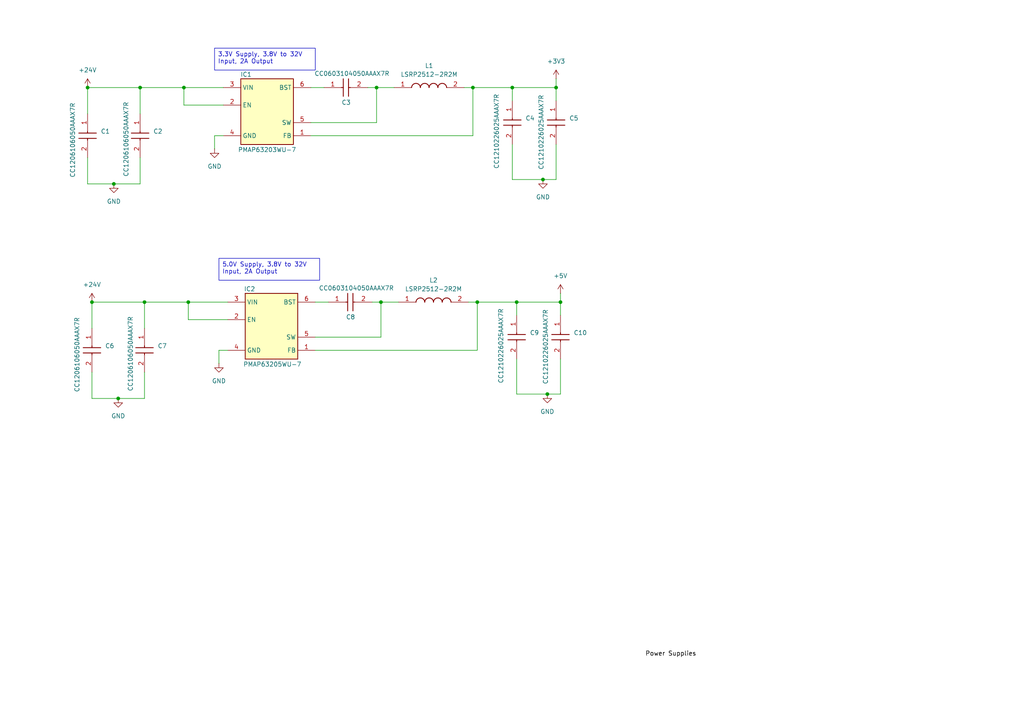
<source format=kicad_sch>
(kicad_sch (version 20250114) (generator "eeschema") (generator_version "9.0")
  (paper "A4")
  (lib_symbols
    (symbol "COMPONENTS:CC0603104050AAAX7R" (pin_names (hide yes))
      (property "Reference" "C" (at 4.826 4.572 0))
      (property "Value" "CC0603104050AAAX7R" (at -3.556 -3.556 0))
      (symbol "CC0603104050AAAX7R_1_1"
        (polyline (pts (xy 5.08 0) (xy 5.588 0)) (stroke (width 0.254)))
        (polyline (pts (xy 5.588 2.54) (xy 5.588 -2.54)) (stroke (width 0.254)))
        (polyline (pts (xy 7.112 2.54) (xy 7.112 -2.54)) (stroke (width 0.254)))
        (polyline (pts (xy 7.112 0) (xy 7.62 0)) (stroke (width 0.254)))
        (pin passive line (at 0 0 0) (length 5.08) (name "1") (number "1"))
        (pin passive line (at 12.7 0 180) (length 5.08) (name "2") (number "2"))
      )
    )
    (symbol "COMPONENTS:CC1206106050AAAX7R" (pin_names (hide yes))
      (property "Reference" "C" (at 4.826 4.572 0))
      (property "Value" "CC1206106050AAAX7R" (at -3.556 -3.556 0))
      (symbol "CC1206106050AAAX7R_1_1"
        (polyline (pts (xy 5.08 0) (xy 5.588 0)) (stroke (width 0.254)))
        (polyline (pts (xy 5.588 2.54) (xy 5.588 -2.54)) (stroke (width 0.254)))
        (polyline (pts (xy 7.112 2.54) (xy 7.112 -2.54)) (stroke (width 0.254)))
        (polyline (pts (xy 7.112 0) (xy 7.62 0)) (stroke (width 0.254)))
        (pin passive line (at 0 0 0) (length 5.08) (name "1") (number "1"))
        (pin passive line (at 12.7 0 180) (length 5.08) (name "2") (number "2"))
      )
    )
    (symbol "COMPONENTS:CC1210226025AAAX7R" (pin_names (hide yes))
      (property "Reference" "C" (at 4.826 4.572 0))
      (property "Value" "CC1210226025AAAX7R" (at -3.556 -3.556 0))
      (symbol "CC1210226025AAAX7R_1_1"
        (polyline (pts (xy 5.08 0) (xy 5.588 0)) (stroke (width 0.254)))
        (polyline (pts (xy 5.588 2.54) (xy 5.588 -2.54)) (stroke (width 0.254)))
        (polyline (pts (xy 7.112 2.54) (xy 7.112 -2.54)) (stroke (width 0.254)))
        (polyline (pts (xy 7.112 0) (xy 7.62 0)) (stroke (width 0.254)))
        (pin passive line (at 0 0 0) (length 5.08) (name "1") (number "1"))
        (pin passive line (at 12.7 0 180) (length 5.08) (name "2") (number "2"))
      )
    )
    (symbol "COMPONENTS:LSRP2512-2R2M" (pin_names (hide yes))
      (property "Reference" "L" (at 2.032 3.556 0))
      (property "Value" "LSRP2512-2R2M" (at 2.286 -1.016 0))
      (symbol "LSRP2512-2R2M_1_1"
        (arc (start 5.08 0) (mid 6.35 1.219) (end 7.62 0) (stroke (width 0.254)))
        (arc (start 7.62 0) (mid 8.89 1.219) (end 10.16 0) (stroke (width 0.254)))
        (arc (start 10.16 0) (mid 11.43 1.219) (end 12.7 0) (stroke (width 0.254)))
        (arc (start 12.7 0) (mid 13.97 1.219) (end 15.24 0) (stroke (width 0.254)))
        (pin passive line (at 0 0 0) (length 5.08) (name "1") (number "1"))
        (pin passive line (at 20.32 0 180) (length 5.08) (name "2") (number "2"))
      )
    )
    (symbol "COMPONENTS:PMAP63203WU-7"
      (property "Reference" "IC" (at 5.08 2.032 0))
      (property "Value" "PMAP63203WU-7" (at 4.572 -20.066 0))
      (symbol "PMAP63203WU-7_1_1"
        (rectangle (start 5.08 0) (end 20.32 -19.05) (stroke (width 0.254)) (fill (type background)))
        (pin passive line (at 0 -2.54 0) (length 5.08) (name "VIN") (number "3"))
        (pin passive line (at 0 -7.62 0) (length 5.08) (name "EN") (number "2"))
        (pin passive line (at 0 -16.51 0) (length 5.08) (name "GND") (number "4"))
        (pin passive line (at 25.4 -2.54 180) (length 5.08) (name "BST") (number "6"))
        (pin passive line (at 25.4 -12.7 180) (length 5.08) (name "SW") (number "5"))
        (pin passive line (at 25.4 -16.51 180) (length 5.08) (name "FB") (number "1"))
      )
    )
    (symbol "COMPONENTS:PMAP63205WU-7"
      (property "Reference" "IC" (at 5.08 2.032 0))
      (property "Value" "PMAP63205WU-7" (at 4.572 -20.066 0))
      (symbol "PMAP63205WU-7_1_1"
        (rectangle (start 5.08 0) (end 20.32 -19.05) (stroke (width 0.254)) (fill (type background)))
        (pin passive line (at 0 -2.54 0) (length 5.08) (name "VIN") (number "3"))
        (pin passive line (at 0 -7.62 0) (length 5.08) (name "EN") (number "2"))
        (pin passive line (at 0 -16.51 0) (length 5.08) (name "GND") (number "4"))
        (pin passive line (at 25.4 -2.54 180) (length 5.08) (name "BST") (number "6"))
        (pin passive line (at 25.4 -12.7 180) (length 5.08) (name "SW") (number "5"))
        (pin passive line (at 25.4 -16.51 180) (length 5.08) (name "FB") (number "1"))
      )
    )
    (symbol "power:+24V" (power) (pin_numbers (hide yes)) (pin_names (offset 0) (hide yes))
      (property "Value" "+24V" (at 0 3.556 0))
      (symbol "+24V_0_1"
        (polyline (pts (xy -0.762 1.27) (xy 0 2.54)))
        (polyline (pts (xy 0 2.54) (xy 0.762 1.27)))
        (polyline (pts (xy 0 0) (xy 0 2.54)))
      )
      (symbol "+24V_1_1"
        (pin power_in line (at 0 0 90) (length 0) (name "~") (number "1"))
      )
    )
    (symbol "power:+3V3" (power) (pin_numbers (hide yes)) (pin_names (offset 0) (hide yes))
      (property "Value" "+3V3" (at 0 3.556 0))
      (symbol "+3V3_0_1"
        (polyline (pts (xy -0.762 1.27) (xy 0 2.54)))
        (polyline (pts (xy 0 2.54) (xy 0.762 1.27)))
        (polyline (pts (xy 0 0) (xy 0 2.54)))
      )
      (symbol "+3V3_1_1"
        (pin power_in line (at 0 0 90) (length 0) (name "~") (number "1"))
      )
    )
    (symbol "power:+5V" (power) (pin_numbers (hide yes)) (pin_names (offset 0) (hide yes))
      (property "Value" "+5V" (at 0 3.556 0))
      (symbol "+5V_0_1"
        (polyline (pts (xy -0.762 1.27) (xy 0 2.54)))
        (polyline (pts (xy 0 2.54) (xy 0.762 1.27)))
        (polyline (pts (xy 0 0) (xy 0 2.54)))
      )
      (symbol "+5V_1_1"
        (pin power_in line (at 0 0 90) (length 0) (name "~") (number "1"))
      )
    )
    (symbol "power:GND" (power) (pin_numbers (hide yes)) (pin_names (offset 0) (hide yes))
      (property "Value" "GND" (at 0 -3.81 0))
      (symbol "GND_0_1"
        (polyline (pts (xy 0 0) (xy 0 -1.27) (xy 1.27 -1.27) (xy 0 -2.54) (xy -1.27 -1.27) (xy 0 -1.27)))
      )
      (symbol "GND_1_1"
        (pin power_in line (at 0 0 270) (length 0) (name "~") (number "1"))
      )
    )
  )
  (text "Power Supplies" (exclude_from_sim yes) (at 194.564 189.738 0) (effects (font (size 1.27 1.27))))
  (text_box "3.3V Supply, 3.8V to 32V Input, 2A Output" (at 62.23 13.97 0) (size 29.21 6.35) (margins 0.9525 0.9525 0.9525 0.9525) (effects (font (size 1.27 1.27)) (justify left top)))
  (text_box "5.0V Supply, 3.8V to 32V Input, 2A Output" (at 63.5 74.93 0) (size 29.21 6.35) (margins 0.9525 0.9525 0.9525 0.9525) (effects (font (size 1.27 1.27)) (justify left top)))
  (junction (at 137.16 25.4))
  (junction (at 157.48 52.07))
  (junction (at 25.4 25.4))
  (junction (at 109.22 25.4))
  (junction (at 149.86 87.63))
  (junction (at 40.64 25.4))
  (junction (at 162.56 87.63))
  (junction (at 26.67 87.63))
  (junction (at 41.91 87.63))
  (junction (at 110.49 87.63))
  (junction (at 53.34 25.4))
  (junction (at 161.29 25.4))
  (junction (at 138.43 87.63))
  (junction (at 158.75 114.3))
  (junction (at 148.59 25.4))
  (junction (at 54.61 87.63))
  (junction (at 33.02 53.34))
  (junction (at 34.29 115.57))
  (wire (pts (xy 34.29 115.57) (xy 41.91 115.57)))
  (wire (pts (xy 54.61 92.71) (xy 54.61 87.63)))
  (wire (pts (xy 66.04 101.6) (xy 63.5 101.6)))
  (wire (pts (xy 149.86 114.3) (xy 158.75 114.3)))
  (wire (pts (xy 110.49 87.63) (xy 115.57 87.63)))
  (wire (pts (xy 25.4 53.34) (xy 33.02 53.34)))
  (wire (pts (xy 26.67 87.63) (xy 26.67 95.25)))
  (wire (pts (xy 110.49 87.63) (xy 107.95 87.63)))
  (wire (pts (xy 33.02 53.34) (xy 40.64 53.34)))
  (wire (pts (xy 25.4 45.72) (xy 25.4 53.34)))
  (wire (pts (xy 90.17 35.56) (xy 109.22 35.56)))
  (wire (pts (xy 90.17 25.4) (xy 93.98 25.4)))
  (wire (pts (xy 162.56 85.09) (xy 162.56 87.63)))
  (wire (pts (xy 137.16 25.4) (xy 148.59 25.4)))
  (wire (pts (xy 137.16 39.37) (xy 90.17 39.37)))
  (wire (pts (xy 26.67 107.95) (xy 26.67 115.57)))
  (wire (pts (xy 64.77 30.48) (xy 53.34 30.48)))
  (wire (pts (xy 138.43 101.6) (xy 91.44 101.6)))
  (wire (pts (xy 25.4 25.4) (xy 25.4 33.02)))
  (wire (pts (xy 63.5 101.6) (xy 63.5 105.41)))
  (wire (pts (xy 62.23 39.37) (xy 62.23 43.18)))
  (wire (pts (xy 135.89 87.63) (xy 138.43 87.63)))
  (wire (pts (xy 149.86 104.14) (xy 149.86 114.3)))
  (wire (pts (xy 148.59 29.21) (xy 148.59 25.4)))
  (wire (pts (xy 53.34 25.4) (xy 64.77 25.4)))
  (wire (pts (xy 66.04 92.71) (xy 54.61 92.71)))
  (wire (pts (xy 162.56 87.63) (xy 162.56 91.44)))
  (wire (pts (xy 41.91 87.63) (xy 54.61 87.63)))
  (wire (pts (xy 148.59 41.91) (xy 148.59 52.07)))
  (wire (pts (xy 91.44 87.63) (xy 95.25 87.63)))
  (wire (pts (xy 138.43 87.63) (xy 149.86 87.63)))
  (wire (pts (xy 138.43 87.63) (xy 138.43 101.6)))
  (wire (pts (xy 64.77 39.37) (xy 62.23 39.37)))
  (wire (pts (xy 162.56 114.3) (xy 162.56 104.14)))
  (wire (pts (xy 40.64 25.4) (xy 40.64 33.02)))
  (wire (pts (xy 109.22 25.4) (xy 106.68 25.4)))
  (wire (pts (xy 161.29 25.4) (xy 161.29 29.21)))
  (wire (pts (xy 158.75 114.3) (xy 162.56 114.3)))
  (wire (pts (xy 91.44 97.79) (xy 110.49 97.79)))
  (wire (pts (xy 40.64 53.34) (xy 40.64 45.72)))
  (wire (pts (xy 109.22 35.56) (xy 109.22 25.4)))
  (wire (pts (xy 110.49 97.79) (xy 110.49 87.63)))
  (wire (pts (xy 53.34 30.48) (xy 53.34 25.4)))
  (wire (pts (xy 41.91 115.57) (xy 41.91 107.95)))
  (wire (pts (xy 161.29 22.86) (xy 161.29 25.4)))
  (wire (pts (xy 109.22 25.4) (xy 114.3 25.4)))
  (wire (pts (xy 149.86 87.63) (xy 162.56 87.63)))
  (wire (pts (xy 137.16 25.4) (xy 137.16 39.37)))
  (wire (pts (xy 157.48 52.07) (xy 161.29 52.07)))
  (wire (pts (xy 161.29 52.07) (xy 161.29 41.91)))
  (wire (pts (xy 26.67 115.57) (xy 34.29 115.57)))
  (wire (pts (xy 148.59 25.4) (xy 161.29 25.4)))
  (wire (pts (xy 134.62 25.4) (xy 137.16 25.4)))
  (wire (pts (xy 148.59 52.07) (xy 157.48 52.07)))
  (wire (pts (xy 25.4 25.4) (xy 40.64 25.4)))
  (wire (pts (xy 40.64 25.4) (xy 53.34 25.4)))
  (wire (pts (xy 41.91 87.63) (xy 41.91 95.25)))
  (wire (pts (xy 54.61 87.63) (xy 66.04 87.63)))
  (wire (pts (xy 149.86 91.44) (xy 149.86 87.63)))
  (wire (pts (xy 26.67 87.63) (xy 41.91 87.63)))
  (symbol (lib_id "COMPONENTS:LSRP2512-2R2M") (at 115.57 87.63 0) (unit 1)
    (property "Reference" "L2" (at 125.73 81.28 0))
    (property "Value" "LSRP2512-2R2M" (at 125.73 83.82 0))
    (property "Footprint" "COMPONENTS:IND-1005" (effects (hide yes)))
    (property "Description" "Inductor, Power, Shielded, 2.2µH, 20%, 2.3A, -40°C to 125°C, RoHS" (effects (hide yes)))
    (property "Manufacturer 1" "Bourns" (effects (hide yes)))
    (property "Manufacturer 1 P/N" "SRP2512-2R2M" (effects (hide yes)))
    (property "Vendor 1a" "Mouser" (effects (hide yes)))
    (property "Vendor 1a P/N" "652-SRP2512-2R2M" (effects (hide yes)))
    (property "Vendor 1a Cost LV" "0.33" (effects (hide yes)))
    (property "Vendor 1a Cost HV" "0.199" (effects (hide yes)))
  )
  (symbol (lib_id "power:GND") (at 33.02 53.34 0) (unit 1)
    (property "Reference" "#PWR03" (effects (hide yes)))
    (property "Value" "GND" (at 33.02 58.42 0))
    (property "Description" "Power symbol creates a global label with name \"GND\" , ground" (effects (hide yes)))
  )
  (symbol (lib_id "COMPONENTS:LSRP2512-2R2M") (at 114.3 25.4 0) (unit 1)
    (property "Reference" "L1" (at 124.46 19.05 0))
    (property "Value" "LSRP2512-2R2M" (at 124.46 21.59 0))
    (property "Footprint" "COMPONENTS:IND-1005" (effects (hide yes)))
    (property "Description" "Inductor, Power, Shielded, 2.2µH, 20%, 2.3A, -40°C to 125°C, RoHS" (effects (hide yes)))
    (property "Manufacturer 1" "Bourns" (effects (hide yes)))
    (property "Manufacturer 1 P/N" "SRP2512-2R2M" (effects (hide yes)))
    (property "Vendor 1a" "Mouser" (effects (hide yes)))
    (property "Vendor 1a P/N" "652-SRP2512-2R2M" (effects (hide yes)))
    (property "Vendor 1a Cost LV" "0.33" (effects (hide yes)))
    (property "Vendor 1a Cost HV" "0.199" (effects (hide yes)))
  )
  (symbol (lib_id "COMPONENTS:CC1210226025AAAX7R") (at 148.59 29.21 270) (unit 1)
    (property "Reference" "C4" (at 152.4 34.2899 90) (effects (justify left)))
    (property "Value" "CC1210226025AAAX7R" (at 144.018 27.178 0) (effects (justify left)))
    (property "Footprint" "COMPONENTS:CAP-1210" (effects (hide yes)))
    (property "Description" "Capacitor, Chip, 1210, 22µF, 25V, 10%, X7R, -55°C to 125°C, RoHS" (effects (hide yes)))
    (property "Manufacturer 1" "Taiyo Yuden" (effects (hide yes)))
    (property "Manufacturer 1 P/N" "TMK325B7226KM-PR" (effects (hide yes)))
    (property "Vendor 1a" "Mouser" (effects (hide yes)))
    (property "Vendor 1a P/N" "963-TMK325B7226KM-PR" (effects (hide yes)))
    (property "Vendor 1a Cost LV" "0.60" (effects (hide yes)))
    (property "Vendor 1a Cost HV" "0.187" (effects (hide yes)))
  )
  (symbol (lib_id "power:GND") (at 34.29 115.57 0) (unit 1)
    (property "Reference" "#PWR07" (effects (hide yes)))
    (property "Value" "GND" (at 34.29 120.65 0))
    (property "Description" "Power symbol creates a global label with name \"GND\" , ground" (effects (hide yes)))
  )
  (symbol (lib_id "COMPONENTS:CC0603104050AAAX7R") (at 95.25 87.63 0) (unit 1)
    (property "Reference" "C8" (at 100.33 91.948 0) (effects (justify left)))
    (property "Value" "CC0603104050AAAX7R" (at 92.456 83.566 0) (effects (justify left)))
    (property "Footprint" "COMPONENTS:CAP-0603" (effects (hide yes)))
    (property "Description" "Capacitor, Chip, 0603, 10µF, 50V, 10%, X7R, -55°C to 125°C, RoHS" (effects (hide yes)))
    (property "Manufacturer 1" "Yageo" (effects (hide yes)))
    (property "Manufacturer 1 P/N" "CC0603KRX7R9BB104" (effects (hide yes)))
    (property "Vendor 1a" "Mouser" (effects (hide yes)))
    (property "Vendor 1a P/N" "603-CC603KRX7R9BB104" (effects (hide yes)))
    (property "Vendor 1a Cost LV" "0.10" (effects (hide yes)))
    (property "Vendor 1a Cost HV" "0.012" (effects (hide yes)))
  )
  (symbol (lib_id "COMPONENTS:CC1210226025AAAX7R") (at 162.56 91.44 270) (unit 1)
    (property "Reference" "C10" (at 166.37 96.5199 90) (effects (justify left)))
    (property "Value" "CC1210226025AAAX7R" (at 158.242 89.662 0) (effects (justify left)))
    (property "Footprint" "COMPONENTS:CAP-1210" (effects (hide yes)))
    (property "Description" "Capacitor, Chip, 1210, 22µF, 25V, 10%, X7R, -55°C to 125°C, RoHS" (effects (hide yes)))
    (property "Manufacturer 1" "Taiyo Yuden" (effects (hide yes)))
    (property "Manufacturer 1 P/N" "TMK325B7226KM-PR" (effects (hide yes)))
    (property "Vendor 1a" "Mouser" (effects (hide yes)))
    (property "Vendor 1a P/N" "963-TMK325B7226KM-PR" (effects (hide yes)))
    (property "Vendor 1a Cost LV" "0.60" (effects (hide yes)))
    (property "Vendor 1a Cost HV" "0.187" (effects (hide yes)))
  )
  (symbol (lib_id "power:GND") (at 157.48 52.07 0) (unit 1)
    (property "Reference" "#PWR02" (effects (hide yes)))
    (property "Value" "GND" (at 157.48 57.15 0))
    (property "Description" "Power symbol creates a global label with name \"GND\" , ground" (effects (hide yes)))
  )
  (symbol (lib_id "power:GND") (at 158.75 114.3 0) (unit 1)
    (property "Reference" "#PWR09" (effects (hide yes)))
    (property "Value" "GND" (at 158.75 119.38 0))
    (property "Description" "Power symbol creates a global label with name \"GND\" , ground" (effects (hide yes)))
  )
  (symbol (lib_id "power:+3V3") (at 161.29 22.86 0) (unit 1)
    (property "Reference" "#PWR05" (effects (hide yes)))
    (property "Value" "+3V3" (at 161.29 17.78 0))
    (property "Description" "Power symbol creates a global label with name \"+3V3\"" (effects (hide yes)))
  )
  (symbol (lib_id "COMPONENTS:CC1206106050AAAX7R") (at 41.91 95.25 270) (unit 1)
    (property "Reference" "C7" (at 45.72 100.3299 90) (effects (justify left)))
    (property "Value" "CC1206106050AAAX7R" (at 37.846 91.694 0) (effects (justify left)))
    (property "Footprint" "COMPONENTS:CAP-1206" (effects (hide yes)))
    (property "Datasheet" "https://datasheet.datasheetarchive.com/originals/distributors/DKDS-19/375194.pdf" (effects (hide yes)))
    (property "Description" "Capacitor, Chip, 1206, 10µF, 50V, 10%, X7R, -55°C to 125°C, RoHS" (effects (hide yes)))
    (property "Manufacturer 1" "Samsung" (effects (hide yes)))
    (property "Manufacturer 1 P/N" "CL31B106KBHNNNE" (effects (hide yes)))
    (property "Vendor 1a" "Mouser" (effects (hide yes)))
    (property "Vendor 1a P/N" "187-CL31B106KBHNNNE" (effects (hide yes)))
    (property "Vendor 1a Cost LV" "0.22" (effects (hide yes)))
    (property "Vendor 1a Cost HV" "0.068" (effects (hide yes)))
  )
  (symbol (lib_id "COMPONENTS:CC1206106050AAAX7R") (at 40.64 33.02 270) (unit 1)
    (property "Reference" "C2" (at 44.45 38.0999 90) (effects (justify left)))
    (property "Value" "CC1206106050AAAX7R" (at 36.576 29.464 0) (effects (justify left)))
    (property "Footprint" "COMPONENTS:CAP-1206" (effects (hide yes)))
    (property "Datasheet" "https://datasheet.datasheetarchive.com/originals/distributors/DKDS-19/375194.pdf" (effects (hide yes)))
    (property "Description" "Capacitor, Chip, 1206, 10µF, 50V, 10%, X7R, -55°C to 125°C, RoHS" (effects (hide yes)))
    (property "Manufacturer 1" "Samsung" (effects (hide yes)))
    (property "Manufacturer 1 P/N" "CL31B106KBHNNNE" (effects (hide yes)))
    (property "Vendor 1a" "Mouser" (effects (hide yes)))
    (property "Vendor 1a P/N" "187-CL31B106KBHNNNE" (effects (hide yes)))
    (property "Vendor 1a Cost LV" "0.22" (effects (hide yes)))
    (property "Vendor 1a Cost HV" "0.068" (effects (hide yes)))
  )
  (symbol (lib_id "COMPONENTS:PMAP63203WU-7") (at 64.77 22.86 0) (unit 1)
    (property "Reference" "IC1" (at 71.374 21.59 0))
    (property "Value" "PMAP63203WU-7" (at 77.47 43.434 0))
    (property "Footprint" "COMPONENTS:AP63203WU7" (effects (hide yes)))
    (property "Datasheet" "https://www.diodes.com/assets/Datasheets/AP63200-AP63201-AP63203-AP63205.pdf" (effects (hide yes)))
    (property "Description" "Switching Voltage Regulator, Buck, 3.8V to 32V Input, 3.3V @ 2A Output, 1 Channel, Positive, -40°C to 85°C, RoHS" (effects (hide yes)))
    (property "Vendor 1a P/N" "621-AP63203WU-7" (effects (hide yes)))
    (property "Manufacturer 1" "Diodes Incorporated" (effects (hide yes)))
    (property "Manufacturer 1 P/N" "AP63203WU-7" (effects (hide yes)))
    (property "Vendor 1a" "Mouser" (effects (hide yes)))
    (property "Vendor 1a Cost LV" "0.71" (effects (hide yes)))
    (property "Vendor 1a Cost HV" "0.342" (effects (hide yes)))
  )
  (symbol (lib_id "COMPONENTS:PMAP63205WU-7") (at 66.04 85.09 0) (unit 1)
    (property "Reference" "IC2" (at 72.39 83.82 0))
    (property "Value" "PMAP63205WU-7" (at 78.994 105.664 0))
    (property "Footprint" "COMPONENTS:TSOT-26-6" (effects (hide yes)))
    (property "Description" "Switching Voltage Regulator, Buck, 3.8V to 32V Input, 5.0V @ 2A Output, 1 Channel, Positive, -40°C to 85°C, RoHS" (effects (hide yes)))
    (property "Vendor 1a P/N" "621-AP63205WU-7" (effects (hide yes)))
    (property "Manufacturer 1" "Diodes Incorporated" (effects (hide yes)))
    (property "Manufacturer 1 P/N" "AP63205WU-7" (effects (hide yes)))
    (property "Vendor 1a" "Mouser" (effects (hide yes)))
    (property "Vendor 1a Cost LV" "0.71" (effects (hide yes)))
    (property "Vendor 1a Cost HV" "0.342" (effects (hide yes)))
  )
  (symbol (lib_id "power:GND") (at 63.5 105.41 0) (unit 1)
    (property "Reference" "#PWR08" (effects (hide yes)))
    (property "Value" "GND" (at 63.5 110.49 0))
    (property "Description" "Power symbol creates a global label with name \"GND\" , ground" (effects (hide yes)))
  )
  (symbol (lib_id "COMPONENTS:CC0603104050AAAX7R") (at 93.98 25.4 0) (unit 1)
    (property "Reference" "C3" (at 99.06 29.718 0) (effects (justify left)))
    (property "Value" "CC0603104050AAAX7R" (at 91.186 21.336 0) (effects (justify left)))
    (property "Footprint" "COMPONENTS:CAP-0603" (effects (hide yes)))
    (property "Description" "Capacitor, Chip, 0603, 10µF, 50V, 10%, X7R, -55°C to 125°C, RoHS" (effects (hide yes)))
    (property "Manufacturer 1" "Yageo" (effects (hide yes)))
    (property "Manufacturer 1 P/N" "CC0603KRX7R9BB104" (effects (hide yes)))
    (property "Vendor 1a" "Mouser" (effects (hide yes)))
    (property "Vendor 1a P/N" "603-CC603KRX7R9BB104" (effects (hide yes)))
    (property "Vendor 1a Cost LV" "0.10" (effects (hide yes)))
    (property "Vendor 1a Cost HV" "0.012" (effects (hide yes)))
  )
  (symbol (lib_id "COMPONENTS:CC1210226025AAAX7R") (at 149.86 91.44 270) (unit 1)
    (property "Reference" "C9" (at 153.67 96.5199 90) (effects (justify left)))
    (property "Value" "CC1210226025AAAX7R" (at 145.288 89.408 0) (effects (justify left)))
    (property "Footprint" "COMPONENTS:CAP-1210" (effects (hide yes)))
    (property "Description" "Capacitor, Chip, 1210, 22µF, 25V, 10%, X7R, -55°C to 125°C, RoHS" (effects (hide yes)))
    (property "Manufacturer 1" "Taiyo Yuden" (effects (hide yes)))
    (property "Manufacturer 1 P/N" "TMK325B7226KM-PR" (effects (hide yes)))
    (property "Vendor 1a" "Mouser" (effects (hide yes)))
    (property "Vendor 1a P/N" "963-TMK325B7226KM-PR" (effects (hide yes)))
    (property "Vendor 1a Cost LV" "0.60" (effects (hide yes)))
    (property "Vendor 1a Cost HV" "0.187" (effects (hide yes)))
  )
  (symbol (lib_id "power:GND") (at 62.23 43.18 0) (unit 1)
    (property "Reference" "#PWR01" (effects (hide yes)))
    (property "Value" "GND" (at 62.23 48.26 0))
    (property "Description" "Power symbol creates a global label with name \"GND\" , ground" (effects (hide yes)))
  )
  (symbol (lib_id "COMPONENTS:CC1206106050AAAX7R") (at 25.4 33.02 270) (unit 1)
    (property "Reference" "C1" (at 29.21 38.0999 90) (effects (justify left)))
    (property "Value" "CC1206106050AAAX7R" (at 21.082 29.718 0) (effects (justify left)))
    (property "Footprint" "COMPONENTS:CAP-1206" (effects (hide yes)))
    (property "Datasheet" "https://datasheet.datasheetarchive.com/originals/distributors/DKDS-19/375194.pdf" (effects (hide yes)))
    (property "Description" "Capacitor, Chip, 1206, 10µF, 50V, 10%, X7R, -55°C to 125°C, RoHS" (effects (hide yes)))
    (property "Manufacturer 1" "Samsung" (effects (hide yes)))
    (property "Manufacturer 1 P/N" "CL31B106KBHNNNE" (effects (hide yes)))
    (property "Vendor 1a" "Mouser" (effects (hide yes)))
    (property "Vendor 1a P/N" "187-CL31B106KBHNNNE" (effects (hide yes)))
    (property "Vendor 1a Cost LV" "0.22" (effects (hide yes)))
    (property "Vendor 1a Cost HV" "0.068" (effects (hide yes)))
  )
  (symbol (lib_id "power:+5V") (at 162.56 85.09 0) (unit 1)
    (property "Reference" "#PWR010" (effects (hide yes)))
    (property "Value" "+5V" (at 162.56 80.01 0))
    (property "Description" "Power symbol creates a global label with name \"+5V\"" (effects (hide yes)))
  )
  (symbol (lib_id "power:+24V") (at 25.4 25.4 0) (unit 1)
    (property "Reference" "#PWR04" (effects (hide yes)))
    (property "Value" "+24V" (at 25.4 20.32 0))
    (property "Description" "Power symbol creates a global label with name \"+24V\"" (effects (hide yes)))
  )
  (symbol (lib_id "power:+24V") (at 26.67 87.63 0) (unit 1)
    (property "Reference" "#PWR06" (effects (hide yes)))
    (property "Value" "+24V" (at 26.67 82.55 0))
    (property "Description" "Power symbol creates a global label with name \"+24V\"" (effects (hide yes)))
  )
  (symbol (lib_id "COMPONENTS:CC1206106050AAAX7R") (at 26.67 95.25 270) (unit 1)
    (property "Reference" "C6" (at 30.48 100.3299 90) (effects (justify left)))
    (property "Value" "CC1206106050AAAX7R" (at 22.352 91.948 0) (effects (justify left)))
    (property "Footprint" "COMPONENTS:CAP-1206" (effects (hide yes)))
    (property "Datasheet" "https://datasheet.datasheetarchive.com/originals/distributors/DKDS-19/375194.pdf" (effects (hide yes)))
    (property "Description" "Capacitor, Chip, 1206, 10µF, 50V, 10%, X7R, -55°C to 125°C, RoHS" (effects (hide yes)))
    (property "Manufacturer 1" "Samsung" (effects (hide yes)))
    (property "Manufacturer 1 P/N" "CL31B106KBHNNNE" (effects (hide yes)))
    (property "Vendor 1a" "Mouser" (effects (hide yes)))
    (property "Vendor 1a P/N" "187-CL31B106KBHNNNE" (effects (hide yes)))
    (property "Vendor 1a Cost LV" "0.22" (effects (hide yes)))
    (property "Vendor 1a Cost HV" "0.068" (effects (hide yes)))
  )
  (symbol (lib_id "COMPONENTS:CC1210226025AAAX7R") (at 161.29 29.21 270) (unit 1)
    (property "Reference" "C5" (at 165.1 34.2899 90) (effects (justify left)))
    (property "Value" "CC1210226025AAAX7R" (at 156.972 27.432 0) (effects (justify left)))
    (property "Footprint" "COMPONENTS:CAP-1210" (effects (hide yes)))
    (property "Description" "Capacitor, Chip, 1210, 22µF, 25V, 10%, X7R, -55°C to 125°C, RoHS" (effects (hide yes)))
    (property "Manufacturer 1" "Taiyo Yuden" (effects (hide yes)))
    (property "Manufacturer 1 P/N" "TMK325B7226KM-PR" (effects (hide yes)))
    (property "Vendor 1a" "Mouser" (effects (hide yes)))
    (property "Vendor 1a P/N" "963-TMK325B7226KM-PR" (effects (hide yes)))
    (property "Vendor 1a Cost LV" "0.60" (effects (hide yes)))
    (property "Vendor 1a Cost HV" "0.187" (effects (hide yes)))
  )
  (sheet (at 0 228.6) (size 295.91 248.92) (stroke (width 0.1524))
    (property "Sheetname" "ESP32" (at 0 227.8884 0) (effects (justify left bottom)))
    (property "Sheetfile" "untitled.kicad_sch" (at 0 478.1046 0) (effects (justify left top)))
  )
)
</source>
